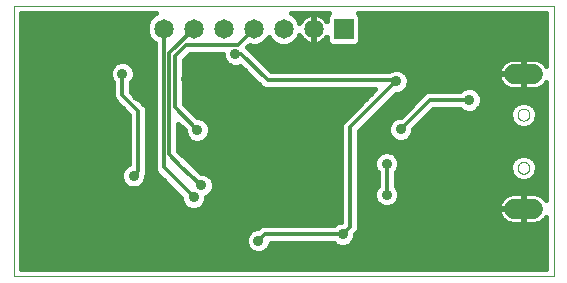
<source format=gbl>
G75*
%MOIN*%
%OFA0B0*%
%FSLAX25Y25*%
%IPPOS*%
%LPD*%
%AMOC8*
5,1,8,0,0,1.08239X$1,22.5*
%
%ADD10C,0.00000*%
%ADD11R,0.06500X0.06500*%
%ADD12C,0.06500*%
%ADD13C,0.06600*%
%ADD14C,0.03562*%
%ADD15C,0.01200*%
%ADD16C,0.01600*%
D10*
X0024428Y0011800D02*
X0024428Y0101800D01*
X0204428Y0101800D01*
X0204428Y0011800D01*
X0024428Y0011800D01*
X0192459Y0047942D02*
X0192461Y0048030D01*
X0192467Y0048118D01*
X0192477Y0048206D01*
X0192491Y0048294D01*
X0192508Y0048380D01*
X0192530Y0048466D01*
X0192555Y0048550D01*
X0192585Y0048634D01*
X0192617Y0048716D01*
X0192654Y0048796D01*
X0192694Y0048875D01*
X0192738Y0048952D01*
X0192785Y0049027D01*
X0192835Y0049099D01*
X0192889Y0049170D01*
X0192945Y0049237D01*
X0193005Y0049303D01*
X0193067Y0049365D01*
X0193133Y0049425D01*
X0193200Y0049481D01*
X0193271Y0049535D01*
X0193343Y0049585D01*
X0193418Y0049632D01*
X0193495Y0049676D01*
X0193574Y0049716D01*
X0193654Y0049753D01*
X0193736Y0049785D01*
X0193820Y0049815D01*
X0193904Y0049840D01*
X0193990Y0049862D01*
X0194076Y0049879D01*
X0194164Y0049893D01*
X0194252Y0049903D01*
X0194340Y0049909D01*
X0194428Y0049911D01*
X0194516Y0049909D01*
X0194604Y0049903D01*
X0194692Y0049893D01*
X0194780Y0049879D01*
X0194866Y0049862D01*
X0194952Y0049840D01*
X0195036Y0049815D01*
X0195120Y0049785D01*
X0195202Y0049753D01*
X0195282Y0049716D01*
X0195361Y0049676D01*
X0195438Y0049632D01*
X0195513Y0049585D01*
X0195585Y0049535D01*
X0195656Y0049481D01*
X0195723Y0049425D01*
X0195789Y0049365D01*
X0195851Y0049303D01*
X0195911Y0049237D01*
X0195967Y0049170D01*
X0196021Y0049099D01*
X0196071Y0049027D01*
X0196118Y0048952D01*
X0196162Y0048875D01*
X0196202Y0048796D01*
X0196239Y0048716D01*
X0196271Y0048634D01*
X0196301Y0048550D01*
X0196326Y0048466D01*
X0196348Y0048380D01*
X0196365Y0048294D01*
X0196379Y0048206D01*
X0196389Y0048118D01*
X0196395Y0048030D01*
X0196397Y0047942D01*
X0196395Y0047854D01*
X0196389Y0047766D01*
X0196379Y0047678D01*
X0196365Y0047590D01*
X0196348Y0047504D01*
X0196326Y0047418D01*
X0196301Y0047334D01*
X0196271Y0047250D01*
X0196239Y0047168D01*
X0196202Y0047088D01*
X0196162Y0047009D01*
X0196118Y0046932D01*
X0196071Y0046857D01*
X0196021Y0046785D01*
X0195967Y0046714D01*
X0195911Y0046647D01*
X0195851Y0046581D01*
X0195789Y0046519D01*
X0195723Y0046459D01*
X0195656Y0046403D01*
X0195585Y0046349D01*
X0195513Y0046299D01*
X0195438Y0046252D01*
X0195361Y0046208D01*
X0195282Y0046168D01*
X0195202Y0046131D01*
X0195120Y0046099D01*
X0195036Y0046069D01*
X0194952Y0046044D01*
X0194866Y0046022D01*
X0194780Y0046005D01*
X0194692Y0045991D01*
X0194604Y0045981D01*
X0194516Y0045975D01*
X0194428Y0045973D01*
X0194340Y0045975D01*
X0194252Y0045981D01*
X0194164Y0045991D01*
X0194076Y0046005D01*
X0193990Y0046022D01*
X0193904Y0046044D01*
X0193820Y0046069D01*
X0193736Y0046099D01*
X0193654Y0046131D01*
X0193574Y0046168D01*
X0193495Y0046208D01*
X0193418Y0046252D01*
X0193343Y0046299D01*
X0193271Y0046349D01*
X0193200Y0046403D01*
X0193133Y0046459D01*
X0193067Y0046519D01*
X0193005Y0046581D01*
X0192945Y0046647D01*
X0192889Y0046714D01*
X0192835Y0046785D01*
X0192785Y0046857D01*
X0192738Y0046932D01*
X0192694Y0047009D01*
X0192654Y0047088D01*
X0192617Y0047168D01*
X0192585Y0047250D01*
X0192555Y0047334D01*
X0192530Y0047418D01*
X0192508Y0047504D01*
X0192491Y0047590D01*
X0192477Y0047678D01*
X0192467Y0047766D01*
X0192461Y0047854D01*
X0192459Y0047942D01*
X0192459Y0065658D02*
X0192461Y0065746D01*
X0192467Y0065834D01*
X0192477Y0065922D01*
X0192491Y0066010D01*
X0192508Y0066096D01*
X0192530Y0066182D01*
X0192555Y0066266D01*
X0192585Y0066350D01*
X0192617Y0066432D01*
X0192654Y0066512D01*
X0192694Y0066591D01*
X0192738Y0066668D01*
X0192785Y0066743D01*
X0192835Y0066815D01*
X0192889Y0066886D01*
X0192945Y0066953D01*
X0193005Y0067019D01*
X0193067Y0067081D01*
X0193133Y0067141D01*
X0193200Y0067197D01*
X0193271Y0067251D01*
X0193343Y0067301D01*
X0193418Y0067348D01*
X0193495Y0067392D01*
X0193574Y0067432D01*
X0193654Y0067469D01*
X0193736Y0067501D01*
X0193820Y0067531D01*
X0193904Y0067556D01*
X0193990Y0067578D01*
X0194076Y0067595D01*
X0194164Y0067609D01*
X0194252Y0067619D01*
X0194340Y0067625D01*
X0194428Y0067627D01*
X0194516Y0067625D01*
X0194604Y0067619D01*
X0194692Y0067609D01*
X0194780Y0067595D01*
X0194866Y0067578D01*
X0194952Y0067556D01*
X0195036Y0067531D01*
X0195120Y0067501D01*
X0195202Y0067469D01*
X0195282Y0067432D01*
X0195361Y0067392D01*
X0195438Y0067348D01*
X0195513Y0067301D01*
X0195585Y0067251D01*
X0195656Y0067197D01*
X0195723Y0067141D01*
X0195789Y0067081D01*
X0195851Y0067019D01*
X0195911Y0066953D01*
X0195967Y0066886D01*
X0196021Y0066815D01*
X0196071Y0066743D01*
X0196118Y0066668D01*
X0196162Y0066591D01*
X0196202Y0066512D01*
X0196239Y0066432D01*
X0196271Y0066350D01*
X0196301Y0066266D01*
X0196326Y0066182D01*
X0196348Y0066096D01*
X0196365Y0066010D01*
X0196379Y0065922D01*
X0196389Y0065834D01*
X0196395Y0065746D01*
X0196397Y0065658D01*
X0196395Y0065570D01*
X0196389Y0065482D01*
X0196379Y0065394D01*
X0196365Y0065306D01*
X0196348Y0065220D01*
X0196326Y0065134D01*
X0196301Y0065050D01*
X0196271Y0064966D01*
X0196239Y0064884D01*
X0196202Y0064804D01*
X0196162Y0064725D01*
X0196118Y0064648D01*
X0196071Y0064573D01*
X0196021Y0064501D01*
X0195967Y0064430D01*
X0195911Y0064363D01*
X0195851Y0064297D01*
X0195789Y0064235D01*
X0195723Y0064175D01*
X0195656Y0064119D01*
X0195585Y0064065D01*
X0195513Y0064015D01*
X0195438Y0063968D01*
X0195361Y0063924D01*
X0195282Y0063884D01*
X0195202Y0063847D01*
X0195120Y0063815D01*
X0195036Y0063785D01*
X0194952Y0063760D01*
X0194866Y0063738D01*
X0194780Y0063721D01*
X0194692Y0063707D01*
X0194604Y0063697D01*
X0194516Y0063691D01*
X0194428Y0063689D01*
X0194340Y0063691D01*
X0194252Y0063697D01*
X0194164Y0063707D01*
X0194076Y0063721D01*
X0193990Y0063738D01*
X0193904Y0063760D01*
X0193820Y0063785D01*
X0193736Y0063815D01*
X0193654Y0063847D01*
X0193574Y0063884D01*
X0193495Y0063924D01*
X0193418Y0063968D01*
X0193343Y0064015D01*
X0193271Y0064065D01*
X0193200Y0064119D01*
X0193133Y0064175D01*
X0193067Y0064235D01*
X0193005Y0064297D01*
X0192945Y0064363D01*
X0192889Y0064430D01*
X0192835Y0064501D01*
X0192785Y0064573D01*
X0192738Y0064648D01*
X0192694Y0064725D01*
X0192654Y0064804D01*
X0192617Y0064884D01*
X0192585Y0064966D01*
X0192555Y0065050D01*
X0192530Y0065134D01*
X0192508Y0065220D01*
X0192491Y0065306D01*
X0192477Y0065394D01*
X0192467Y0065482D01*
X0192461Y0065570D01*
X0192459Y0065658D01*
D11*
X0134428Y0094300D03*
D12*
X0124428Y0094300D03*
X0114428Y0094300D03*
X0104428Y0094300D03*
X0094428Y0094300D03*
X0084428Y0094300D03*
X0074428Y0094300D03*
D13*
X0191128Y0079241D02*
X0197728Y0079241D01*
X0197728Y0034359D02*
X0191128Y0034359D01*
D14*
X0172553Y0035863D03*
X0162553Y0047112D03*
X0148803Y0049300D03*
X0148803Y0038988D03*
X0126928Y0046800D03*
X0106928Y0046800D03*
X0086928Y0042113D03*
X0084428Y0038050D03*
X0064428Y0045237D03*
X0056928Y0041800D03*
X0050678Y0028050D03*
X0029428Y0028050D03*
X0084428Y0026800D03*
X0105991Y0023675D03*
X0134116Y0025862D03*
X0085678Y0060550D03*
X0106928Y0066800D03*
X0126928Y0066800D03*
X0149428Y0066800D03*
X0153491Y0060862D03*
X0176303Y0070550D03*
X0176303Y0076800D03*
X0151928Y0076800D03*
X0098397Y0085863D03*
X0081997Y0077587D03*
X0065678Y0071800D03*
X0060678Y0079300D03*
D15*
X0060678Y0072113D01*
X0065991Y0066800D01*
X0065991Y0046800D01*
X0064428Y0045237D01*
X0074428Y0048050D02*
X0074428Y0094300D01*
X0076303Y0086175D02*
X0084428Y0094300D01*
X0081928Y0088987D02*
X0078178Y0085238D01*
X0078178Y0068050D01*
X0085678Y0060550D01*
X0076303Y0052425D02*
X0076303Y0086175D01*
X0081928Y0088987D02*
X0099116Y0088987D01*
X0104428Y0094300D01*
X0098397Y0085863D02*
X0098444Y0085816D01*
X0100413Y0085816D01*
X0109116Y0077113D01*
X0151616Y0077113D01*
X0151928Y0076800D01*
X0136616Y0061487D01*
X0136616Y0028362D01*
X0134116Y0025862D01*
X0108178Y0025862D01*
X0105991Y0023675D01*
X0084428Y0038050D02*
X0074428Y0048050D01*
X0076303Y0052425D02*
X0080366Y0048362D01*
X0086928Y0042113D01*
X0148803Y0038988D02*
X0148803Y0049300D01*
X0153491Y0060862D02*
X0163178Y0070550D01*
X0176303Y0070550D01*
D16*
X0178672Y0067005D02*
X0179848Y0068182D01*
X0180485Y0069718D01*
X0180485Y0071382D01*
X0179848Y0072918D01*
X0178672Y0074095D01*
X0177135Y0074731D01*
X0175472Y0074731D01*
X0173935Y0074095D01*
X0173390Y0073550D01*
X0162582Y0073550D01*
X0161479Y0073093D01*
X0160635Y0072249D01*
X0153429Y0065044D01*
X0152659Y0065044D01*
X0151123Y0064407D01*
X0149946Y0063231D01*
X0149310Y0061694D01*
X0149310Y0060031D01*
X0149946Y0058494D01*
X0151123Y0057318D01*
X0152659Y0056681D01*
X0154323Y0056681D01*
X0155859Y0057318D01*
X0157036Y0058494D01*
X0157672Y0060031D01*
X0157672Y0060801D01*
X0164421Y0067550D01*
X0173390Y0067550D01*
X0173935Y0067005D01*
X0175472Y0066369D01*
X0177135Y0066369D01*
X0178672Y0067005D01*
X0179414Y0067748D02*
X0190566Y0067748D01*
X0190725Y0068133D02*
X0190060Y0066527D01*
X0190060Y0064789D01*
X0190725Y0063184D01*
X0191954Y0061955D01*
X0193560Y0061290D01*
X0195297Y0061290D01*
X0196903Y0061955D01*
X0198132Y0063184D01*
X0198797Y0064789D01*
X0198797Y0066527D01*
X0198132Y0068133D01*
X0196903Y0069362D01*
X0195297Y0070027D01*
X0193560Y0070027D01*
X0191954Y0069362D01*
X0190725Y0068133D01*
X0191939Y0069346D02*
X0180330Y0069346D01*
X0180485Y0070945D02*
X0202028Y0070945D01*
X0202028Y0072543D02*
X0180003Y0072543D01*
X0178557Y0074142D02*
X0190721Y0074142D01*
X0190727Y0074141D02*
X0194244Y0074141D01*
X0194244Y0079057D01*
X0186028Y0079057D01*
X0186028Y0078840D01*
X0186154Y0078047D01*
X0186402Y0077283D01*
X0186767Y0076568D01*
X0187238Y0075919D01*
X0187806Y0075351D01*
X0188455Y0074879D01*
X0189171Y0074515D01*
X0189934Y0074267D01*
X0190727Y0074141D01*
X0194244Y0074142D02*
X0194613Y0074142D01*
X0194613Y0074141D02*
X0198130Y0074141D01*
X0198923Y0074267D01*
X0199686Y0074515D01*
X0200401Y0074879D01*
X0201051Y0075351D01*
X0201619Y0075919D01*
X0202028Y0076483D01*
X0202028Y0037117D01*
X0201619Y0037681D01*
X0201051Y0038249D01*
X0200401Y0038721D01*
X0199686Y0039085D01*
X0198923Y0039333D01*
X0198130Y0039459D01*
X0194613Y0039459D01*
X0194613Y0034543D01*
X0194244Y0034543D01*
X0194244Y0034175D01*
X0186028Y0034175D01*
X0186028Y0033958D01*
X0186154Y0033165D01*
X0186402Y0032401D01*
X0186767Y0031686D01*
X0187238Y0031037D01*
X0187806Y0030469D01*
X0188455Y0029997D01*
X0189171Y0029633D01*
X0189934Y0029385D01*
X0190727Y0029259D01*
X0194244Y0029259D01*
X0194244Y0034175D01*
X0194613Y0034175D01*
X0194613Y0029259D01*
X0198130Y0029259D01*
X0198923Y0029385D01*
X0199686Y0029633D01*
X0200401Y0029997D01*
X0201051Y0030469D01*
X0201619Y0031037D01*
X0202028Y0031601D01*
X0202028Y0014200D01*
X0026828Y0014200D01*
X0026828Y0099400D01*
X0071977Y0099400D01*
X0071228Y0099090D01*
X0069639Y0097500D01*
X0068778Y0095424D01*
X0068778Y0093176D01*
X0069639Y0091100D01*
X0071228Y0089510D01*
X0071428Y0089427D01*
X0071428Y0047453D01*
X0071885Y0046351D01*
X0072729Y0045507D01*
X0080247Y0037988D01*
X0080247Y0037218D01*
X0080884Y0035682D01*
X0082060Y0034505D01*
X0083597Y0033869D01*
X0085260Y0033869D01*
X0086797Y0034505D01*
X0087973Y0035682D01*
X0088610Y0037218D01*
X0088610Y0038283D01*
X0089297Y0038568D01*
X0090473Y0039744D01*
X0091110Y0041281D01*
X0091110Y0042944D01*
X0090473Y0044481D01*
X0089297Y0045657D01*
X0087760Y0046294D01*
X0086888Y0046294D01*
X0082462Y0050509D01*
X0079303Y0053668D01*
X0079303Y0062682D01*
X0081497Y0060488D01*
X0081497Y0059718D01*
X0082134Y0058182D01*
X0083310Y0057005D01*
X0084847Y0056369D01*
X0086510Y0056369D01*
X0088047Y0057005D01*
X0089223Y0058182D01*
X0089860Y0059718D01*
X0089860Y0061382D01*
X0089223Y0062918D01*
X0088047Y0064095D01*
X0086510Y0064731D01*
X0085740Y0064731D01*
X0081178Y0069293D01*
X0081178Y0083995D01*
X0083171Y0085988D01*
X0094216Y0085988D01*
X0094216Y0085031D01*
X0094853Y0083494D01*
X0096029Y0082318D01*
X0097566Y0081681D01*
X0099229Y0081681D01*
X0099989Y0081996D01*
X0107417Y0074569D01*
X0108519Y0074113D01*
X0144998Y0074113D01*
X0134917Y0064031D01*
X0134917Y0064031D01*
X0134073Y0063187D01*
X0133616Y0062084D01*
X0133616Y0030044D01*
X0133284Y0030044D01*
X0131748Y0029407D01*
X0131203Y0028862D01*
X0107582Y0028862D01*
X0106479Y0028406D01*
X0105929Y0027856D01*
X0105159Y0027856D01*
X0103623Y0027220D01*
X0102446Y0026043D01*
X0101810Y0024507D01*
X0101810Y0022843D01*
X0102446Y0021307D01*
X0103623Y0020130D01*
X0105159Y0019494D01*
X0106823Y0019494D01*
X0108359Y0020130D01*
X0109536Y0021307D01*
X0110172Y0022843D01*
X0110172Y0022862D01*
X0131203Y0022862D01*
X0131748Y0022318D01*
X0133284Y0021681D01*
X0134948Y0021681D01*
X0136484Y0022318D01*
X0137661Y0023494D01*
X0138297Y0025031D01*
X0138297Y0025801D01*
X0138315Y0025819D01*
X0139159Y0026663D01*
X0139616Y0027766D01*
X0139616Y0060245D01*
X0151990Y0072619D01*
X0152760Y0072619D01*
X0154297Y0073255D01*
X0155473Y0074432D01*
X0156110Y0075968D01*
X0156110Y0077632D01*
X0155473Y0079168D01*
X0154297Y0080345D01*
X0152760Y0080981D01*
X0151097Y0080981D01*
X0149560Y0080345D01*
X0149328Y0080112D01*
X0110359Y0080112D01*
X0102956Y0087515D01*
X0102421Y0088050D01*
X0103104Y0088733D01*
X0103305Y0088650D01*
X0105552Y0088650D01*
X0107629Y0089510D01*
X0109218Y0091100D01*
X0109428Y0091607D01*
X0109639Y0091100D01*
X0111228Y0089510D01*
X0113305Y0088650D01*
X0115552Y0088650D01*
X0117629Y0089510D01*
X0119218Y0091100D01*
X0119745Y0092372D01*
X0119748Y0092361D01*
X0120109Y0091653D01*
X0120577Y0091010D01*
X0121139Y0090448D01*
X0121782Y0089981D01*
X0122490Y0089620D01*
X0123246Y0089374D01*
X0124031Y0089250D01*
X0124353Y0089250D01*
X0124353Y0094225D01*
X0124503Y0094225D01*
X0124503Y0089250D01*
X0124826Y0089250D01*
X0125611Y0089374D01*
X0126367Y0089620D01*
X0127075Y0089981D01*
X0127718Y0090448D01*
X0128280Y0091010D01*
X0128748Y0091653D01*
X0128778Y0091714D01*
X0128778Y0090573D01*
X0129144Y0089691D01*
X0129819Y0089015D01*
X0130701Y0088650D01*
X0138156Y0088650D01*
X0139038Y0089015D01*
X0139713Y0089691D01*
X0140078Y0090573D01*
X0140078Y0098027D01*
X0139713Y0098909D01*
X0139223Y0099400D01*
X0202028Y0099400D01*
X0202028Y0081999D01*
X0201619Y0082563D01*
X0201051Y0083131D01*
X0200401Y0083603D01*
X0199686Y0083967D01*
X0198923Y0084215D01*
X0198130Y0084341D01*
X0194613Y0084341D01*
X0194613Y0079425D01*
X0194244Y0079425D01*
X0194244Y0079057D01*
X0194613Y0079057D01*
X0194613Y0074141D01*
X0198136Y0074142D02*
X0202028Y0074142D01*
X0202028Y0075740D02*
X0201440Y0075740D01*
X0194613Y0075740D02*
X0194244Y0075740D01*
X0194244Y0077339D02*
X0194613Y0077339D01*
X0194613Y0078937D02*
X0194244Y0078937D01*
X0194244Y0079425D02*
X0186028Y0079425D01*
X0186028Y0079642D01*
X0186154Y0080435D01*
X0186402Y0081199D01*
X0186767Y0081914D01*
X0187238Y0082563D01*
X0187806Y0083131D01*
X0188455Y0083603D01*
X0189171Y0083967D01*
X0189934Y0084215D01*
X0190727Y0084341D01*
X0194244Y0084341D01*
X0194244Y0079425D01*
X0194244Y0080536D02*
X0194613Y0080536D01*
X0194613Y0082134D02*
X0194244Y0082134D01*
X0194244Y0083733D02*
X0194613Y0083733D01*
X0200146Y0083733D02*
X0202028Y0083733D01*
X0202028Y0082134D02*
X0201930Y0082134D01*
X0202028Y0085332D02*
X0105140Y0085332D01*
X0103541Y0086930D02*
X0202028Y0086930D01*
X0202028Y0088529D02*
X0102900Y0088529D01*
X0108246Y0090127D02*
X0110611Y0090127D01*
X0118246Y0090127D02*
X0121580Y0090127D01*
X0120072Y0091726D02*
X0119478Y0091726D01*
X0124353Y0091726D02*
X0124503Y0091726D01*
X0124503Y0093324D02*
X0124353Y0093324D01*
X0124353Y0094375D02*
X0124353Y0099350D01*
X0124031Y0099350D01*
X0123246Y0099226D01*
X0122490Y0098980D01*
X0121782Y0098619D01*
X0121139Y0098152D01*
X0120577Y0097590D01*
X0120109Y0096947D01*
X0119748Y0096239D01*
X0119745Y0096228D01*
X0119218Y0097500D01*
X0117629Y0099090D01*
X0116880Y0099400D01*
X0129634Y0099400D01*
X0129144Y0098909D01*
X0128778Y0098027D01*
X0128778Y0096886D01*
X0128748Y0096947D01*
X0128280Y0097590D01*
X0127718Y0098152D01*
X0127075Y0098619D01*
X0126367Y0098980D01*
X0125611Y0099226D01*
X0124826Y0099350D01*
X0124503Y0099350D01*
X0124503Y0094375D01*
X0124353Y0094375D01*
X0124353Y0094923D02*
X0124503Y0094923D01*
X0124503Y0096521D02*
X0124353Y0096521D01*
X0124353Y0098120D02*
X0124503Y0098120D01*
X0121106Y0098120D02*
X0118599Y0098120D01*
X0119624Y0096521D02*
X0119892Y0096521D01*
X0127751Y0098120D02*
X0128817Y0098120D01*
X0140040Y0098120D02*
X0202028Y0098120D01*
X0202028Y0096521D02*
X0140078Y0096521D01*
X0140078Y0094923D02*
X0202028Y0094923D01*
X0202028Y0093324D02*
X0140078Y0093324D01*
X0140078Y0091726D02*
X0202028Y0091726D01*
X0202028Y0090127D02*
X0139894Y0090127D01*
X0128963Y0090127D02*
X0127276Y0090127D01*
X0124503Y0090127D02*
X0124353Y0090127D01*
X0108337Y0082134D02*
X0186927Y0082134D01*
X0188711Y0083733D02*
X0106738Y0083733D01*
X0109935Y0080536D02*
X0150022Y0080536D01*
X0153835Y0080536D02*
X0186187Y0080536D01*
X0186028Y0078937D02*
X0155569Y0078937D01*
X0156110Y0077339D02*
X0186384Y0077339D01*
X0187416Y0075740D02*
X0156015Y0075740D01*
X0155183Y0074142D02*
X0174049Y0074142D01*
X0160929Y0072543D02*
X0151915Y0072543D01*
X0150316Y0070945D02*
X0159331Y0070945D01*
X0160635Y0072249D02*
X0160635Y0072249D01*
X0157732Y0069346D02*
X0148718Y0069346D01*
X0147119Y0067748D02*
X0156134Y0067748D01*
X0154535Y0066149D02*
X0145520Y0066149D01*
X0143922Y0064551D02*
X0151470Y0064551D01*
X0149831Y0062952D02*
X0142323Y0062952D01*
X0140725Y0061354D02*
X0149310Y0061354D01*
X0149424Y0059755D02*
X0139616Y0059755D01*
X0139616Y0058157D02*
X0150284Y0058157D01*
X0156698Y0058157D02*
X0202028Y0058157D01*
X0202028Y0059755D02*
X0157558Y0059755D01*
X0158225Y0061354D02*
X0193405Y0061354D01*
X0195452Y0061354D02*
X0202028Y0061354D01*
X0202028Y0062952D02*
X0197901Y0062952D01*
X0198698Y0064551D02*
X0202028Y0064551D01*
X0202028Y0066149D02*
X0198797Y0066149D01*
X0198291Y0067748D02*
X0202028Y0067748D01*
X0202028Y0069346D02*
X0196918Y0069346D01*
X0190060Y0066149D02*
X0163020Y0066149D01*
X0161422Y0064551D02*
X0190159Y0064551D01*
X0190956Y0062952D02*
X0159823Y0062952D01*
X0151172Y0052845D02*
X0149635Y0053481D01*
X0147972Y0053481D01*
X0146435Y0052845D01*
X0145259Y0051668D01*
X0144622Y0050132D01*
X0144622Y0048468D01*
X0145259Y0046932D01*
X0145803Y0046387D01*
X0145803Y0041900D01*
X0145259Y0041356D01*
X0144622Y0039819D01*
X0144622Y0038156D01*
X0145259Y0036619D01*
X0146435Y0035443D01*
X0147972Y0034806D01*
X0149635Y0034806D01*
X0151172Y0035443D01*
X0152348Y0036619D01*
X0152985Y0038156D01*
X0152985Y0039819D01*
X0152348Y0041356D01*
X0151803Y0041900D01*
X0151803Y0046387D01*
X0152348Y0046932D01*
X0152985Y0048468D01*
X0152985Y0050132D01*
X0152348Y0051668D01*
X0151172Y0052845D01*
X0149924Y0053361D02*
X0202028Y0053361D01*
X0202028Y0051763D02*
X0196619Y0051763D01*
X0196903Y0051645D02*
X0195297Y0052310D01*
X0193560Y0052310D01*
X0191954Y0051645D01*
X0190725Y0050416D01*
X0190060Y0048811D01*
X0190060Y0047073D01*
X0190725Y0045467D01*
X0191954Y0044238D01*
X0193560Y0043573D01*
X0195297Y0043573D01*
X0196903Y0044238D01*
X0198132Y0045467D01*
X0198797Y0047073D01*
X0198797Y0048811D01*
X0198132Y0050416D01*
X0196903Y0051645D01*
X0198236Y0050164D02*
X0202028Y0050164D01*
X0202028Y0048566D02*
X0198797Y0048566D01*
X0198753Y0046967D02*
X0202028Y0046967D01*
X0202028Y0045369D02*
X0198033Y0045369D01*
X0195773Y0043770D02*
X0202028Y0043770D01*
X0202028Y0042172D02*
X0151803Y0042172D01*
X0151803Y0043770D02*
X0193084Y0043770D01*
X0190823Y0045369D02*
X0151803Y0045369D01*
X0152363Y0046967D02*
X0190104Y0046967D01*
X0190060Y0048566D02*
X0152985Y0048566D01*
X0152971Y0050164D02*
X0190621Y0050164D01*
X0192238Y0051763D02*
X0152254Y0051763D01*
X0147683Y0053361D02*
X0139616Y0053361D01*
X0139616Y0051763D02*
X0145353Y0051763D01*
X0144636Y0050164D02*
X0139616Y0050164D01*
X0139616Y0048566D02*
X0144622Y0048566D01*
X0145244Y0046967D02*
X0139616Y0046967D01*
X0139616Y0045369D02*
X0145803Y0045369D01*
X0145803Y0043770D02*
X0139616Y0043770D01*
X0139616Y0042172D02*
X0145803Y0042172D01*
X0144935Y0040573D02*
X0139616Y0040573D01*
X0139616Y0038975D02*
X0144622Y0038975D01*
X0144945Y0037376D02*
X0139616Y0037376D01*
X0139616Y0035778D02*
X0146100Y0035778D01*
X0151507Y0035778D02*
X0186227Y0035778D01*
X0186154Y0035553D02*
X0186028Y0034760D01*
X0186028Y0034543D01*
X0194244Y0034543D01*
X0194244Y0039459D01*
X0190727Y0039459D01*
X0189934Y0039333D01*
X0189171Y0039085D01*
X0188455Y0038721D01*
X0187806Y0038249D01*
X0187238Y0037681D01*
X0186767Y0037032D01*
X0186402Y0036317D01*
X0186154Y0035553D01*
X0187017Y0037376D02*
X0152662Y0037376D01*
X0152985Y0038975D02*
X0188953Y0038975D01*
X0194244Y0038975D02*
X0194613Y0038975D01*
X0194613Y0037376D02*
X0194244Y0037376D01*
X0194244Y0035778D02*
X0194613Y0035778D01*
X0194244Y0034179D02*
X0139616Y0034179D01*
X0139616Y0032581D02*
X0186344Y0032581D01*
X0187293Y0030982D02*
X0139616Y0030982D01*
X0139616Y0029384D02*
X0189941Y0029384D01*
X0194244Y0029384D02*
X0194613Y0029384D01*
X0194613Y0030982D02*
X0194244Y0030982D01*
X0194244Y0032581D02*
X0194613Y0032581D01*
X0198916Y0029384D02*
X0202028Y0029384D01*
X0202028Y0030982D02*
X0201564Y0030982D01*
X0202028Y0027785D02*
X0139616Y0027785D01*
X0138683Y0026187D02*
X0202028Y0026187D01*
X0202028Y0024588D02*
X0138114Y0024588D01*
X0137156Y0022990D02*
X0202028Y0022990D01*
X0202028Y0021391D02*
X0109571Y0021391D01*
X0107544Y0019793D02*
X0202028Y0019793D01*
X0202028Y0018194D02*
X0026828Y0018194D01*
X0026828Y0016596D02*
X0202028Y0016596D01*
X0202028Y0014997D02*
X0026828Y0014997D01*
X0026828Y0019793D02*
X0104438Y0019793D01*
X0102411Y0021391D02*
X0026828Y0021391D01*
X0026828Y0022990D02*
X0101810Y0022990D01*
X0101844Y0024588D02*
X0026828Y0024588D01*
X0026828Y0026187D02*
X0102590Y0026187D01*
X0104988Y0027785D02*
X0026828Y0027785D01*
X0026828Y0029384D02*
X0131724Y0029384D01*
X0133616Y0030982D02*
X0026828Y0030982D01*
X0026828Y0032581D02*
X0133616Y0032581D01*
X0133616Y0034179D02*
X0086009Y0034179D01*
X0088013Y0035778D02*
X0133616Y0035778D01*
X0133616Y0037376D02*
X0088610Y0037376D01*
X0089704Y0038975D02*
X0133616Y0038975D01*
X0133616Y0040573D02*
X0090816Y0040573D01*
X0091110Y0042172D02*
X0133616Y0042172D01*
X0133616Y0043770D02*
X0090767Y0043770D01*
X0089585Y0045369D02*
X0133616Y0045369D01*
X0133616Y0046967D02*
X0086181Y0046967D01*
X0084503Y0048566D02*
X0133616Y0048566D01*
X0133616Y0050164D02*
X0082824Y0050164D01*
X0081208Y0051763D02*
X0133616Y0051763D01*
X0133616Y0053361D02*
X0079610Y0053361D01*
X0079303Y0054960D02*
X0133616Y0054960D01*
X0133616Y0056558D02*
X0086967Y0056558D01*
X0084389Y0056558D02*
X0079303Y0056558D01*
X0079303Y0058157D02*
X0082159Y0058157D01*
X0081497Y0059755D02*
X0079303Y0059755D01*
X0079303Y0061354D02*
X0080632Y0061354D01*
X0086945Y0064551D02*
X0135437Y0064551D01*
X0137035Y0066149D02*
X0084322Y0066149D01*
X0082723Y0067748D02*
X0138634Y0067748D01*
X0140232Y0069346D02*
X0081178Y0069346D01*
X0081178Y0070945D02*
X0141831Y0070945D01*
X0143429Y0072543D02*
X0081178Y0072543D01*
X0081178Y0074142D02*
X0108448Y0074142D01*
X0106245Y0075740D02*
X0081178Y0075740D01*
X0081178Y0077339D02*
X0104647Y0077339D01*
X0103048Y0078937D02*
X0081178Y0078937D01*
X0081178Y0080536D02*
X0101450Y0080536D01*
X0096472Y0082134D02*
X0081178Y0082134D01*
X0081178Y0083733D02*
X0094754Y0083733D01*
X0094216Y0085332D02*
X0082515Y0085332D01*
X0071428Y0085332D02*
X0026828Y0085332D01*
X0026828Y0086930D02*
X0071428Y0086930D01*
X0071428Y0088529D02*
X0026828Y0088529D01*
X0026828Y0090127D02*
X0070611Y0090127D01*
X0069379Y0091726D02*
X0026828Y0091726D01*
X0026828Y0093324D02*
X0068778Y0093324D01*
X0068778Y0094923D02*
X0026828Y0094923D01*
X0026828Y0096521D02*
X0069233Y0096521D01*
X0070258Y0098120D02*
X0026828Y0098120D01*
X0026828Y0083733D02*
X0071428Y0083733D01*
X0071428Y0082134D02*
X0063757Y0082134D01*
X0064223Y0081668D02*
X0063047Y0082845D01*
X0061510Y0083481D01*
X0059847Y0083481D01*
X0058310Y0082845D01*
X0057134Y0081668D01*
X0056497Y0080132D01*
X0056497Y0078468D01*
X0057134Y0076932D01*
X0057678Y0076387D01*
X0057678Y0071516D01*
X0058135Y0070413D01*
X0058979Y0069569D01*
X0062991Y0065557D01*
X0062991Y0049168D01*
X0062060Y0048782D01*
X0060884Y0047606D01*
X0060247Y0046069D01*
X0060247Y0044406D01*
X0060884Y0042869D01*
X0062060Y0041693D01*
X0063597Y0041056D01*
X0065260Y0041056D01*
X0066797Y0041693D01*
X0067973Y0042869D01*
X0068610Y0044406D01*
X0068610Y0045282D01*
X0068991Y0046203D01*
X0068991Y0067397D01*
X0068534Y0068499D01*
X0063678Y0073355D01*
X0063678Y0076387D01*
X0064223Y0076932D01*
X0064860Y0078468D01*
X0064860Y0080132D01*
X0064223Y0081668D01*
X0064692Y0080536D02*
X0071428Y0080536D01*
X0071428Y0078937D02*
X0064860Y0078937D01*
X0064392Y0077339D02*
X0071428Y0077339D01*
X0071428Y0075740D02*
X0063678Y0075740D01*
X0063678Y0074142D02*
X0071428Y0074142D01*
X0071428Y0072543D02*
X0064490Y0072543D01*
X0066089Y0070945D02*
X0071428Y0070945D01*
X0071428Y0069346D02*
X0067687Y0069346D01*
X0068846Y0067748D02*
X0071428Y0067748D01*
X0071428Y0066149D02*
X0068991Y0066149D01*
X0068991Y0064551D02*
X0071428Y0064551D01*
X0071428Y0062952D02*
X0068991Y0062952D01*
X0068991Y0061354D02*
X0071428Y0061354D01*
X0071428Y0059755D02*
X0068991Y0059755D01*
X0068991Y0058157D02*
X0071428Y0058157D01*
X0071428Y0056558D02*
X0068991Y0056558D01*
X0068991Y0054960D02*
X0071428Y0054960D01*
X0071428Y0053361D02*
X0068991Y0053361D01*
X0068991Y0051763D02*
X0071428Y0051763D01*
X0071428Y0050164D02*
X0068991Y0050164D01*
X0068991Y0048566D02*
X0071428Y0048566D01*
X0071630Y0046967D02*
X0068991Y0046967D01*
X0068645Y0045369D02*
X0072867Y0045369D01*
X0074466Y0043770D02*
X0068346Y0043770D01*
X0067276Y0042172D02*
X0076064Y0042172D01*
X0077663Y0040573D02*
X0026828Y0040573D01*
X0026828Y0042172D02*
X0061581Y0042172D01*
X0060511Y0043770D02*
X0026828Y0043770D01*
X0026828Y0045369D02*
X0060247Y0045369D01*
X0060619Y0046967D02*
X0026828Y0046967D01*
X0026828Y0048566D02*
X0061844Y0048566D01*
X0062991Y0050164D02*
X0026828Y0050164D01*
X0026828Y0051763D02*
X0062991Y0051763D01*
X0062991Y0053361D02*
X0026828Y0053361D01*
X0026828Y0054960D02*
X0062991Y0054960D01*
X0062991Y0056558D02*
X0026828Y0056558D01*
X0026828Y0058157D02*
X0062991Y0058157D01*
X0062991Y0059755D02*
X0026828Y0059755D01*
X0026828Y0061354D02*
X0062991Y0061354D01*
X0062991Y0062952D02*
X0026828Y0062952D01*
X0026828Y0064551D02*
X0062991Y0064551D01*
X0062399Y0066149D02*
X0026828Y0066149D01*
X0026828Y0067748D02*
X0060800Y0067748D01*
X0059202Y0069346D02*
X0026828Y0069346D01*
X0026828Y0070945D02*
X0057915Y0070945D01*
X0057678Y0072543D02*
X0026828Y0072543D01*
X0026828Y0074142D02*
X0057678Y0074142D01*
X0057678Y0075740D02*
X0026828Y0075740D01*
X0026828Y0077339D02*
X0056965Y0077339D01*
X0056497Y0078937D02*
X0026828Y0078937D01*
X0026828Y0080536D02*
X0056665Y0080536D01*
X0057600Y0082134D02*
X0026828Y0082134D01*
X0089189Y0062952D02*
X0133976Y0062952D01*
X0133616Y0061354D02*
X0089860Y0061354D01*
X0089860Y0059755D02*
X0133616Y0059755D01*
X0133616Y0058157D02*
X0089198Y0058157D01*
X0079261Y0038975D02*
X0026828Y0038975D01*
X0026828Y0037376D02*
X0080247Y0037376D01*
X0080844Y0035778D02*
X0026828Y0035778D01*
X0026828Y0034179D02*
X0082848Y0034179D01*
X0139616Y0054960D02*
X0202028Y0054960D01*
X0202028Y0056558D02*
X0139616Y0056558D01*
X0152672Y0040573D02*
X0202028Y0040573D01*
X0202028Y0038975D02*
X0199903Y0038975D01*
X0201840Y0037376D02*
X0202028Y0037376D01*
M02*

</source>
